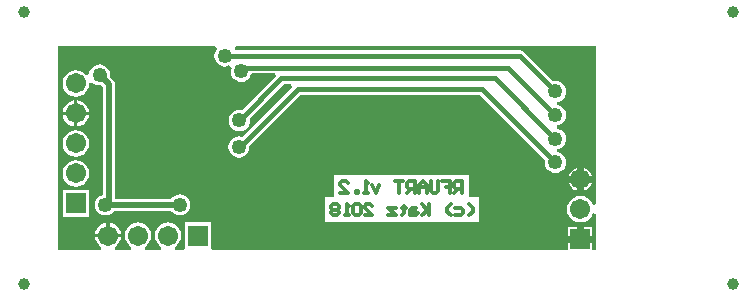
<source format=gbl>
G04*
G04 #@! TF.GenerationSoftware,Altium Limited,Altium Designer,18.1.1 (9)*
G04*
G04 Layer_Physical_Order=2*
G04 Layer_Color=16711680*
%FSLAX42Y42*%
%MOMM*%
G71*
G01*
G75*
%ADD38C,0.50*%
%ADD39C,0.30*%
%ADD40C,0.40*%
%ADD44C,1.00*%
%ADD45R,1.71X1.71*%
%ADD46C,1.71*%
%ADD47R,1.71X1.71*%
%ADD48C,1.25*%
G36*
X4590Y424D02*
X4565Y419D01*
X4557Y440D01*
X4539Y463D01*
X4516Y481D01*
X4489Y492D01*
X4460Y495D01*
X4431Y492D01*
X4404Y481D01*
X4381Y463D01*
X4363Y440D01*
X4352Y413D01*
X4349Y384D01*
X4352Y355D01*
X4363Y328D01*
X4381Y305D01*
X4404Y287D01*
X4431Y276D01*
X4460Y273D01*
X4489Y276D01*
X4516Y287D01*
X4539Y305D01*
X4557Y328D01*
X4565Y349D01*
X4590Y344D01*
Y39D01*
X4560D01*
Y100D01*
X4460D01*
X4360D01*
Y39D01*
X1356D01*
X1335Y49D01*
X1335Y64D01*
Y271D01*
X1113D01*
Y64D01*
X1113Y49D01*
X1092Y39D01*
X1032D01*
X1026Y61D01*
X1027Y64D01*
X1049Y81D01*
X1067Y104D01*
X1078Y131D01*
X1082Y160D01*
X1078Y189D01*
X1067Y216D01*
X1049Y239D01*
X1026Y257D01*
X999Y268D01*
X970Y272D01*
X941Y268D01*
X914Y257D01*
X891Y239D01*
X873Y216D01*
X862Y189D01*
X858Y160D01*
X862Y131D01*
X873Y104D01*
X891Y81D01*
X913Y64D01*
X914Y61D01*
X908Y39D01*
X778D01*
X772Y61D01*
X773Y64D01*
X795Y81D01*
X813Y104D01*
X824Y131D01*
X828Y160D01*
X824Y189D01*
X813Y216D01*
X795Y239D01*
X772Y257D01*
X745Y268D01*
X716Y272D01*
X687Y268D01*
X660Y257D01*
X637Y239D01*
X619Y216D01*
X608Y189D01*
X604Y160D01*
X608Y131D01*
X619Y104D01*
X637Y81D01*
X659Y64D01*
X660Y61D01*
X654Y39D01*
X524D01*
X518Y61D01*
X519Y64D01*
X541Y81D01*
X559Y104D01*
X570Y131D01*
X572Y147D01*
X462D01*
X352D01*
X354Y131D01*
X365Y104D01*
X383Y81D01*
X405Y64D01*
X406Y61D01*
X400Y39D01*
X39D01*
Y1761D01*
X1371D01*
X1375Y1757D01*
X1382Y1736D01*
X1373Y1724D01*
X1364Y1703D01*
X1361Y1680D01*
X1364Y1657D01*
X1373Y1636D01*
X1387Y1617D01*
X1406Y1603D01*
X1427Y1594D01*
X1450Y1591D01*
X1473Y1594D01*
X1489Y1601D01*
X1503Y1591D01*
X1509Y1583D01*
X1504Y1573D01*
X1501Y1550D01*
X1504Y1527D01*
X1513Y1506D01*
X1527Y1487D01*
X1546Y1473D01*
X1567Y1464D01*
X1590Y1461D01*
X1613Y1464D01*
X1634Y1473D01*
X1653Y1487D01*
X1667Y1506D01*
X1676Y1527D01*
X1677Y1534D01*
X1873D01*
X1883Y1509D01*
X1595Y1221D01*
X1575Y1224D01*
X1552Y1221D01*
X1531Y1212D01*
X1512Y1198D01*
X1498Y1179D01*
X1489Y1158D01*
X1486Y1135D01*
X1489Y1112D01*
X1498Y1091D01*
X1512Y1072D01*
X1531Y1058D01*
X1552Y1049D01*
X1575Y1046D01*
X1598Y1049D01*
X1619Y1058D01*
X1638Y1072D01*
X1652Y1091D01*
X1661Y1112D01*
X1664Y1135D01*
X1661Y1155D01*
X1949Y1444D01*
X2013D01*
X2023Y1419D01*
X1598Y994D01*
X1593Y996D01*
X1570Y999D01*
X1547Y996D01*
X1526Y987D01*
X1507Y973D01*
X1493Y954D01*
X1484Y933D01*
X1481Y910D01*
X1484Y887D01*
X1493Y866D01*
X1507Y847D01*
X1526Y833D01*
X1547Y824D01*
X1570Y821D01*
X1593Y824D01*
X1614Y833D01*
X1633Y847D01*
X1647Y866D01*
X1656Y887D01*
X1659Y910D01*
X1657Y922D01*
X2089Y1354D01*
X3611Y1354D01*
X4164Y800D01*
X4161Y780D01*
X4164Y757D01*
X4173Y736D01*
X4187Y717D01*
X4206Y703D01*
X4227Y694D01*
X4250Y691D01*
X4273Y694D01*
X4294Y703D01*
X4313Y717D01*
X4327Y736D01*
X4336Y757D01*
X4339Y780D01*
X4336Y803D01*
X4327Y824D01*
X4313Y843D01*
X4294Y857D01*
X4273Y866D01*
X4260Y867D01*
Y893D01*
X4273Y894D01*
X4294Y903D01*
X4313Y917D01*
X4327Y936D01*
X4336Y957D01*
X4339Y980D01*
X4336Y1003D01*
X4327Y1024D01*
X4313Y1043D01*
X4294Y1057D01*
X4273Y1066D01*
X4260Y1067D01*
Y1093D01*
X4273Y1094D01*
X4294Y1103D01*
X4313Y1117D01*
X4327Y1136D01*
X4336Y1157D01*
X4339Y1180D01*
X4336Y1203D01*
X4327Y1224D01*
X4313Y1243D01*
X4294Y1257D01*
X4273Y1266D01*
X4260Y1267D01*
Y1293D01*
X4273Y1294D01*
X4294Y1303D01*
X4313Y1317D01*
X4327Y1336D01*
X4336Y1357D01*
X4339Y1380D01*
X4336Y1403D01*
X4327Y1424D01*
X4313Y1443D01*
X4294Y1457D01*
X4273Y1466D01*
X4250Y1469D01*
X4230Y1466D01*
X3980Y1715D01*
X3965Y1725D01*
X3947Y1729D01*
X3947Y1729D01*
X1541D01*
X1536Y1736D01*
X1549Y1761D01*
X4590D01*
X4590Y424D01*
D02*
G37*
%LPC*%
G36*
X390Y1609D02*
X367Y1606D01*
X346Y1597D01*
X327Y1583D01*
X313Y1564D01*
X304Y1543D01*
X302Y1525D01*
X288Y1518D01*
X277Y1517D01*
X269Y1527D01*
X246Y1545D01*
X219Y1556D01*
X190Y1560D01*
X161Y1556D01*
X134Y1545D01*
X111Y1527D01*
X93Y1504D01*
X82Y1477D01*
X78Y1448D01*
X82Y1419D01*
X93Y1392D01*
X111Y1369D01*
X134Y1351D01*
X161Y1340D01*
X190Y1336D01*
X219Y1340D01*
X246Y1351D01*
X269Y1369D01*
X287Y1392D01*
X298Y1419D01*
X302Y1448D01*
X302Y1450D01*
X326Y1460D01*
X327Y1457D01*
X346Y1443D01*
X367Y1434D01*
X390Y1431D01*
X399Y1433D01*
X419Y1415D01*
Y506D01*
X417Y506D01*
X396Y497D01*
X377Y483D01*
X363Y464D01*
X354Y443D01*
X351Y420D01*
X354Y397D01*
X363Y376D01*
X377Y357D01*
X396Y343D01*
X417Y334D01*
X440Y331D01*
X463Y334D01*
X484Y343D01*
X503Y357D01*
X511Y369D01*
X999D01*
X1007Y357D01*
X1026Y343D01*
X1047Y334D01*
X1070Y331D01*
X1093Y334D01*
X1114Y343D01*
X1133Y357D01*
X1147Y376D01*
X1156Y397D01*
X1159Y420D01*
X1156Y443D01*
X1147Y464D01*
X1133Y483D01*
X1114Y497D01*
X1093Y506D01*
X1070Y509D01*
X1047Y506D01*
X1026Y497D01*
X1007Y483D01*
X999Y471D01*
X521D01*
Y1440D01*
X517Y1460D01*
X506Y1476D01*
X477Y1506D01*
X479Y1520D01*
X476Y1543D01*
X467Y1564D01*
X453Y1583D01*
X434Y1597D01*
X413Y1606D01*
X390Y1609D01*
D02*
G37*
G36*
X203Y1304D02*
Y1207D01*
X300D01*
X298Y1223D01*
X287Y1250D01*
X269Y1273D01*
X246Y1291D01*
X219Y1302D01*
X203Y1304D01*
D02*
G37*
G36*
X177D02*
X161Y1302D01*
X134Y1291D01*
X111Y1273D01*
X93Y1250D01*
X82Y1223D01*
X80Y1207D01*
X177D01*
Y1304D01*
D02*
G37*
G36*
X300Y1181D02*
X203D01*
Y1084D01*
X219Y1086D01*
X246Y1097D01*
X269Y1115D01*
X287Y1138D01*
X298Y1165D01*
X300Y1181D01*
D02*
G37*
G36*
X177D02*
X80D01*
X82Y1165D01*
X93Y1138D01*
X111Y1115D01*
X134Y1097D01*
X161Y1086D01*
X177Y1084D01*
Y1181D01*
D02*
G37*
G36*
X190Y1052D02*
X161Y1048D01*
X134Y1037D01*
X111Y1019D01*
X93Y996D01*
X82Y969D01*
X78Y940D01*
X82Y911D01*
X93Y884D01*
X111Y861D01*
X134Y843D01*
X161Y832D01*
X190Y828D01*
X219Y832D01*
X246Y843D01*
X269Y861D01*
X287Y884D01*
X298Y911D01*
X302Y940D01*
X298Y969D01*
X287Y996D01*
X269Y1019D01*
X246Y1037D01*
X219Y1048D01*
X190Y1052D01*
D02*
G37*
G36*
X4490Y734D02*
Y668D01*
X4556D01*
X4548Y689D01*
X4532Y710D01*
X4511Y726D01*
X4490Y734D01*
D02*
G37*
G36*
X4430Y734D02*
X4409Y726D01*
X4388Y710D01*
X4372Y689D01*
X4364Y668D01*
X4430D01*
Y734D01*
D02*
G37*
G36*
X190Y798D02*
X161Y794D01*
X134Y783D01*
X111Y765D01*
X93Y742D01*
X82Y715D01*
X78Y686D01*
X82Y657D01*
X93Y630D01*
X111Y607D01*
X134Y589D01*
X161Y578D01*
X190Y574D01*
X219Y578D01*
X246Y589D01*
X269Y607D01*
X287Y630D01*
X298Y657D01*
X302Y686D01*
X298Y715D01*
X287Y742D01*
X269Y765D01*
X246Y783D01*
X219Y794D01*
X190Y798D01*
D02*
G37*
G36*
X4556Y608D02*
X4490D01*
Y542D01*
X4511Y550D01*
X4532Y566D01*
X4548Y587D01*
X4556Y608D01*
D02*
G37*
G36*
X4430D02*
X4364D01*
X4372Y587D01*
X4388Y566D01*
X4409Y550D01*
X4430Y542D01*
Y608D01*
D02*
G37*
G36*
X301Y543D02*
X79D01*
Y321D01*
X301D01*
Y543D01*
D02*
G37*
G36*
X3515Y675D02*
X2372D01*
Y485D01*
X2295D01*
Y275D01*
X3605D01*
Y485D01*
X3515D01*
Y675D01*
D02*
G37*
G36*
X475Y270D02*
Y173D01*
X572D01*
X570Y189D01*
X559Y216D01*
X541Y239D01*
X518Y257D01*
X491Y268D01*
X475Y270D01*
D02*
G37*
G36*
X449D02*
X433Y268D01*
X406Y257D01*
X383Y239D01*
X365Y216D01*
X354Y189D01*
X352Y173D01*
X449D01*
Y270D01*
D02*
G37*
G36*
X4560Y231D02*
X4490D01*
Y160D01*
X4560D01*
Y231D01*
D02*
G37*
G36*
X4430D02*
X4360D01*
Y160D01*
X4430D01*
Y231D01*
D02*
G37*
%LPD*%
D38*
X390Y1520D02*
X470Y1440D01*
Y450D02*
Y1440D01*
X440Y420D02*
X1070D01*
D39*
X440D02*
X470Y450D01*
X3517Y330D02*
X3550Y363D01*
Y397D01*
X3517Y430D01*
X3400Y397D02*
X3450D01*
X3467Y380D01*
Y347D01*
X3450Y330D01*
X3400D01*
X3367D02*
X3333Y363D01*
Y397D01*
X3367Y430D01*
X3183D02*
Y330D01*
Y363D01*
X3117Y430D01*
X3167Y380D01*
X3117Y330D01*
X3067Y397D02*
X3033D01*
X3017Y380D01*
Y330D01*
X3067D01*
X3083Y347D01*
X3067Y363D01*
X3017D01*
X2967Y413D02*
Y397D01*
X2984D01*
X2950D01*
X2967D01*
Y347D01*
X2950Y330D01*
X2900Y397D02*
X2834D01*
X2900Y330D01*
X2834D01*
X2634D02*
X2700D01*
X2634Y397D01*
Y413D01*
X2650Y430D01*
X2684D01*
X2700Y413D01*
X2600D02*
X2584Y430D01*
X2550D01*
X2534Y413D01*
Y347D01*
X2550Y330D01*
X2584D01*
X2600Y347D01*
Y413D01*
X2500Y330D02*
X2467D01*
X2484D01*
Y430D01*
X2500Y413D01*
X2417D02*
X2400Y430D01*
X2367D01*
X2350Y413D01*
Y397D01*
X2367Y380D01*
X2350Y363D01*
Y347D01*
X2367Y330D01*
X2400D01*
X2417Y347D01*
Y363D01*
X2400Y380D01*
X2417Y397D01*
Y413D01*
X2400Y380D02*
X2367D01*
X3460Y520D02*
Y620D01*
X3410D01*
X3393Y603D01*
Y570D01*
X3410Y553D01*
X3460D01*
X3427D02*
X3393Y520D01*
X3293Y620D02*
X3360D01*
Y570D01*
X3327D01*
X3360D01*
Y520D01*
X3260Y620D02*
Y537D01*
X3243Y520D01*
X3210D01*
X3193Y537D01*
Y620D01*
X3160Y520D02*
Y587D01*
X3127Y620D01*
X3093Y587D01*
Y520D01*
Y570D01*
X3160D01*
X3060Y520D02*
Y620D01*
X3010D01*
X2993Y603D01*
Y570D01*
X3010Y553D01*
X3060D01*
X3027D02*
X2993Y520D01*
X2960Y620D02*
X2894D01*
X2927D01*
Y520D01*
X2760Y587D02*
X2727Y520D01*
X2694Y587D01*
X2660Y520D02*
X2627D01*
X2644D01*
Y620D01*
X2660Y603D01*
X2577Y520D02*
Y537D01*
X2560D01*
Y520D01*
X2577D01*
X2427D02*
X2494D01*
X2427Y587D01*
Y603D01*
X2444Y620D01*
X2477D01*
X2494Y603D01*
D40*
X1590Y1580D02*
X3850Y1580D01*
X3947Y1683D02*
X4250Y1380D01*
X1452Y1683D02*
X3947D01*
X1450Y1680D02*
X1452Y1683D01*
X1930Y1490D02*
X3740Y1490D01*
X1580Y1140D02*
X1930Y1490D01*
X2070Y1400D02*
X3630Y1400D01*
X1575Y905D02*
X2070Y1400D01*
X3630Y1400D02*
X4250Y780D01*
X3740Y1490D02*
X4250Y980D01*
X3850Y1580D02*
X4250Y1180D01*
D44*
X5750Y-250D02*
D03*
X-250Y2050D02*
D03*
X5750D02*
D03*
X-250Y-250D02*
D03*
D45*
X1224Y160D02*
D03*
D46*
X970D02*
D03*
X716D02*
D03*
X462D02*
D03*
X4460Y384D02*
D03*
Y638D02*
D03*
X190Y686D02*
D03*
Y940D02*
D03*
Y1194D02*
D03*
Y1448D02*
D03*
D47*
X4460Y130D02*
D03*
X190Y432D02*
D03*
D48*
X1590Y1550D02*
D03*
X1450Y1680D02*
D03*
X390Y1520D02*
D03*
X440Y420D02*
D03*
X1070D02*
D03*
X345Y815D02*
D03*
X1575Y1135D02*
D03*
X1570Y910D02*
D03*
X4440Y1580D02*
D03*
X4190Y230D02*
D03*
X4290Y520D02*
D03*
X4190Y630D02*
D03*
X4270Y110D02*
D03*
X4250Y1580D02*
D03*
X1730Y460D02*
D03*
X1550D02*
D03*
X4250Y780D02*
D03*
Y980D02*
D03*
Y1180D02*
D03*
Y1380D02*
D03*
M02*

</source>
